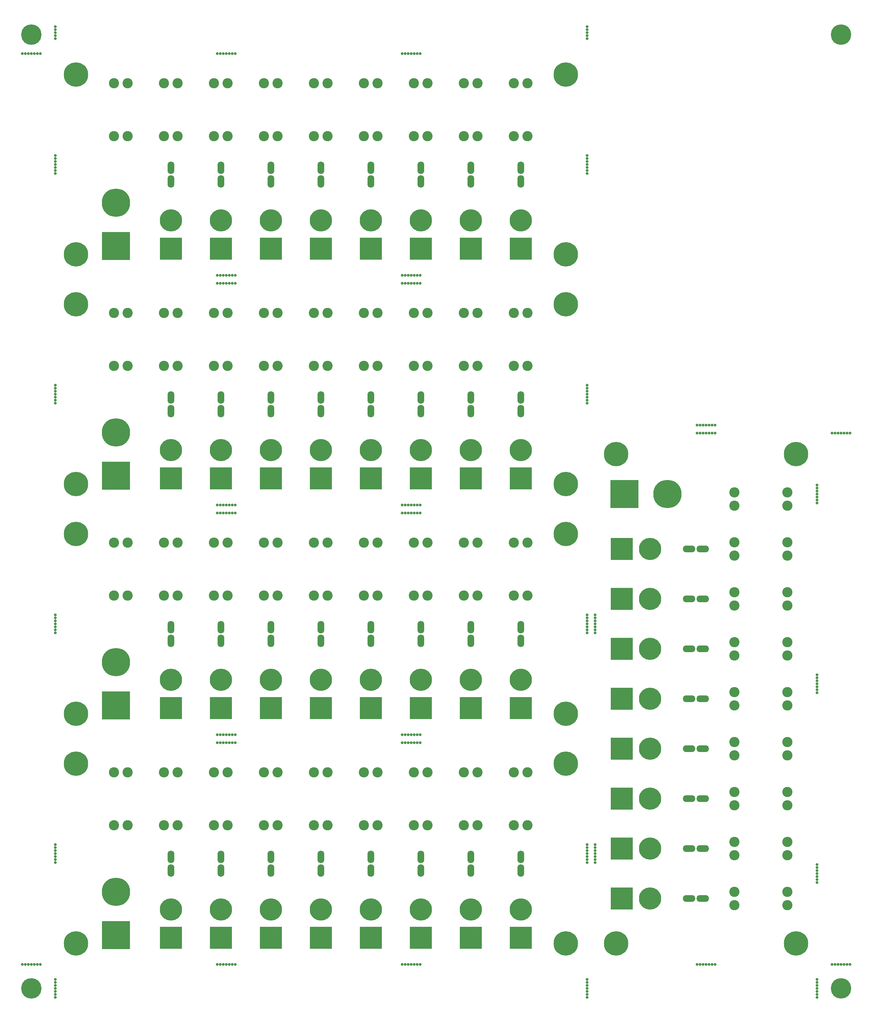
<source format=gbs>
G04*
G04 #@! TF.GenerationSoftware,Altium Limited,Altium Designer,22.0.2 (36)*
G04*
G04 Layer_Color=16711935*
%FSLAX44Y44*%
%MOMM*%
G71*
G04*
G04 #@! TF.SameCoordinates,A2EA2B81-71FB-41A7-B433-9E60F2C241B4*
G04*
G04*
G04 #@! TF.FilePolarity,Negative*
G04*
G01*
G75*
%ADD39C,5.2032*%
%ADD40C,0.7112*%
%ADD41R,5.6642X5.6642*%
%ADD42C,5.6642*%
%ADD43O,1.7032X3.2032*%
%ADD44C,2.6032*%
%ADD45C,7.2032*%
%ADD46R,7.2032X7.2032*%
%ADD47C,6.2032*%
%ADD48R,5.6642X5.6642*%
%ADD49O,3.2032X1.7032*%
%ADD50R,7.2032X7.2032*%
D39*
X38100Y2463800D02*
D03*
X2095500Y38100D02*
D03*
Y2463800D02*
D03*
X38100Y38100D02*
D03*
D40*
X99060Y2484120D02*
D03*
Y2476500D02*
D03*
Y2468880D02*
D03*
Y2461260D02*
D03*
Y2453640D02*
D03*
X60960Y2415540D02*
D03*
X53340D02*
D03*
X45720D02*
D03*
X38100D02*
D03*
X30480D02*
D03*
X22860D02*
D03*
X15240D02*
D03*
X1450340Y2453640D02*
D03*
Y2461260D02*
D03*
Y2468880D02*
D03*
Y2476500D02*
D03*
Y2484120D02*
D03*
X1026160Y2415540D02*
D03*
X1018540D02*
D03*
X1010920D02*
D03*
X1003300D02*
D03*
X995680D02*
D03*
X988060D02*
D03*
X980440D02*
D03*
X510540D02*
D03*
X518160D02*
D03*
X525780D02*
D03*
X533400D02*
D03*
X541020D02*
D03*
X548640D02*
D03*
X556260D02*
D03*
X2118360Y1450340D02*
D03*
X2110740D02*
D03*
X2103120D02*
D03*
X2095500D02*
D03*
X2087880D02*
D03*
X2080260D02*
D03*
X2072640D02*
D03*
X2118360Y99060D02*
D03*
X2110740D02*
D03*
X2103120D02*
D03*
X2095500D02*
D03*
X2087880D02*
D03*
X2080260D02*
D03*
X2072640D02*
D03*
X1729740Y1450340D02*
D03*
X1737360D02*
D03*
X1744980D02*
D03*
X1752600D02*
D03*
X1760220D02*
D03*
X1767840D02*
D03*
X1775460D02*
D03*
X1729740Y1470660D02*
D03*
X1737360D02*
D03*
X1744980D02*
D03*
X1752600D02*
D03*
X1760220D02*
D03*
X1767840D02*
D03*
X1775460D02*
D03*
X2034540Y60960D02*
D03*
Y53340D02*
D03*
Y45720D02*
D03*
Y38100D02*
D03*
Y30480D02*
D03*
Y22860D02*
D03*
Y15240D02*
D03*
X99060Y2110740D02*
D03*
Y2141220D02*
D03*
Y2133600D02*
D03*
Y2125980D02*
D03*
Y2156460D02*
D03*
Y2148840D02*
D03*
Y2118360D02*
D03*
X1450340Y2156460D02*
D03*
Y2148840D02*
D03*
Y2141220D02*
D03*
Y2133600D02*
D03*
Y2125980D02*
D03*
Y2118360D02*
D03*
Y2110740D02*
D03*
Y1572260D02*
D03*
Y1564640D02*
D03*
Y1557020D02*
D03*
Y1549400D02*
D03*
Y1541780D02*
D03*
Y1534160D02*
D03*
Y1526540D02*
D03*
X1470660Y942340D02*
D03*
Y949960D02*
D03*
Y957580D02*
D03*
Y965200D02*
D03*
Y972820D02*
D03*
Y980440D02*
D03*
Y988060D02*
D03*
X1450340Y942340D02*
D03*
Y949960D02*
D03*
Y957580D02*
D03*
Y965200D02*
D03*
Y972820D02*
D03*
Y980440D02*
D03*
Y988060D02*
D03*
X556260Y1851660D02*
D03*
X548640D02*
D03*
X541020D02*
D03*
X533400D02*
D03*
X525780D02*
D03*
X518160D02*
D03*
X510540D02*
D03*
X556260Y1831340D02*
D03*
X548640D02*
D03*
X541020D02*
D03*
X533400D02*
D03*
X525780D02*
D03*
X518160D02*
D03*
X510540D02*
D03*
X980440D02*
D03*
X988060D02*
D03*
X995680D02*
D03*
X1003300D02*
D03*
X1010920D02*
D03*
X1018540D02*
D03*
X1026160D02*
D03*
X980440Y1851660D02*
D03*
X988060D02*
D03*
X995680D02*
D03*
X1003300D02*
D03*
X1010920D02*
D03*
X1018540D02*
D03*
X1026160D02*
D03*
X556260Y1267460D02*
D03*
X548640D02*
D03*
X541020D02*
D03*
X533400D02*
D03*
X525780D02*
D03*
X518160D02*
D03*
X510540D02*
D03*
X556260Y1247140D02*
D03*
X548640D02*
D03*
X541020D02*
D03*
X533400D02*
D03*
X525780D02*
D03*
X518160D02*
D03*
X510540D02*
D03*
X980440D02*
D03*
X988060D02*
D03*
X995680D02*
D03*
X1003300D02*
D03*
X1010920D02*
D03*
X1018540D02*
D03*
X1026160D02*
D03*
X980440Y1267460D02*
D03*
X988060D02*
D03*
X995680D02*
D03*
X1003300D02*
D03*
X1010920D02*
D03*
X1018540D02*
D03*
X1026160D02*
D03*
X99060Y1534160D02*
D03*
Y1564640D02*
D03*
Y1572260D02*
D03*
Y1541780D02*
D03*
Y1549400D02*
D03*
Y1557020D02*
D03*
Y1526540D02*
D03*
X99060Y942340D02*
D03*
Y972820D02*
D03*
Y965200D02*
D03*
Y957580D02*
D03*
Y988060D02*
D03*
Y980440D02*
D03*
Y949960D02*
D03*
Y365760D02*
D03*
Y396240D02*
D03*
Y403860D02*
D03*
Y373380D02*
D03*
Y381000D02*
D03*
Y388620D02*
D03*
X2034540Y1272540D02*
D03*
Y1280160D02*
D03*
Y1287780D02*
D03*
Y1295400D02*
D03*
Y1303020D02*
D03*
Y1310640D02*
D03*
Y1318260D02*
D03*
Y789940D02*
D03*
Y797560D02*
D03*
Y805180D02*
D03*
Y812800D02*
D03*
Y820420D02*
D03*
Y828040D02*
D03*
Y835660D02*
D03*
Y307340D02*
D03*
Y314960D02*
D03*
Y322580D02*
D03*
Y330200D02*
D03*
Y337820D02*
D03*
Y345440D02*
D03*
Y353060D02*
D03*
X1729740Y99060D02*
D03*
X1737360D02*
D03*
X1744980D02*
D03*
X1752600D02*
D03*
X1760220D02*
D03*
X1767840D02*
D03*
X1775460D02*
D03*
X1450340Y403860D02*
D03*
Y396240D02*
D03*
Y388620D02*
D03*
Y381000D02*
D03*
Y373380D02*
D03*
Y365760D02*
D03*
Y358140D02*
D03*
X1470660Y403860D02*
D03*
Y396240D02*
D03*
Y388620D02*
D03*
Y381000D02*
D03*
Y373380D02*
D03*
Y365760D02*
D03*
Y358140D02*
D03*
X1450340Y15240D02*
D03*
Y22860D02*
D03*
Y30480D02*
D03*
Y38100D02*
D03*
Y45720D02*
D03*
Y53340D02*
D03*
Y60960D02*
D03*
X99060Y15240D02*
D03*
Y22860D02*
D03*
Y30480D02*
D03*
Y38100D02*
D03*
Y45720D02*
D03*
Y53340D02*
D03*
Y60960D02*
D03*
X15240Y99060D02*
D03*
X22860D02*
D03*
X30480D02*
D03*
X38100D02*
D03*
X45720D02*
D03*
X53340D02*
D03*
X60960D02*
D03*
X1026160Y683260D02*
D03*
X1018540D02*
D03*
X1010920D02*
D03*
X1003300D02*
D03*
X995680D02*
D03*
X988060D02*
D03*
X980440D02*
D03*
X1026160Y662940D02*
D03*
X1018540D02*
D03*
X1010920D02*
D03*
X1003300D02*
D03*
X995680D02*
D03*
X988060D02*
D03*
X980440D02*
D03*
X510540D02*
D03*
X518160D02*
D03*
X525780D02*
D03*
X533400D02*
D03*
X541020D02*
D03*
X548640D02*
D03*
X556260D02*
D03*
X510540Y683260D02*
D03*
X518160D02*
D03*
X525780D02*
D03*
X533400D02*
D03*
X541020D02*
D03*
X548640D02*
D03*
X556260D02*
D03*
X1026160Y99060D02*
D03*
X1018540D02*
D03*
X1010920D02*
D03*
X1003300D02*
D03*
X995680D02*
D03*
X988060D02*
D03*
X980440D02*
D03*
X556260D02*
D03*
X548640D02*
D03*
X541020D02*
D03*
X533400D02*
D03*
X525780D02*
D03*
X518160D02*
D03*
X510540D02*
D03*
X99060Y358140D02*
D03*
D41*
X392900Y166720D02*
D03*
X519900D02*
D03*
X773900D02*
D03*
X1027900D02*
D03*
X1281900D02*
D03*
X900900D02*
D03*
X1154900D02*
D03*
X646900D02*
D03*
X392900Y750920D02*
D03*
X519900D02*
D03*
X773900D02*
D03*
X1027900D02*
D03*
X1281900D02*
D03*
X900900D02*
D03*
X1154900D02*
D03*
X646900D02*
D03*
X392900Y1335120D02*
D03*
X519900D02*
D03*
X773900D02*
D03*
X1027900D02*
D03*
X1281900D02*
D03*
X900900D02*
D03*
X1154900D02*
D03*
X646900D02*
D03*
X392900Y1919320D02*
D03*
X519900D02*
D03*
X773900D02*
D03*
X1027900D02*
D03*
X1281900D02*
D03*
X900900D02*
D03*
X1154900D02*
D03*
X646900D02*
D03*
D42*
X392900Y238720D02*
D03*
X519900D02*
D03*
X773900D02*
D03*
X1027900D02*
D03*
X1281900D02*
D03*
X900900D02*
D03*
X1154900D02*
D03*
X646900D02*
D03*
X392900Y822920D02*
D03*
X519900D02*
D03*
X773900D02*
D03*
X1027900D02*
D03*
X1281900D02*
D03*
X900900D02*
D03*
X1154900D02*
D03*
X646900D02*
D03*
X392900Y1407120D02*
D03*
X519900D02*
D03*
X773900D02*
D03*
X1027900D02*
D03*
X1281900D02*
D03*
X900900D02*
D03*
X1154900D02*
D03*
X646900D02*
D03*
X392900Y1991320D02*
D03*
X519900D02*
D03*
X773900D02*
D03*
X1027900D02*
D03*
X1281900D02*
D03*
X900900D02*
D03*
X1154900D02*
D03*
X646900D02*
D03*
X1610800Y1155700D02*
D03*
Y1028700D02*
D03*
Y774700D02*
D03*
Y520700D02*
D03*
Y266700D02*
D03*
Y647700D02*
D03*
Y393700D02*
D03*
Y901700D02*
D03*
D43*
X1281900Y337620D02*
D03*
Y372620D02*
D03*
X1154900Y337620D02*
D03*
Y372620D02*
D03*
X1027900Y337620D02*
D03*
Y372620D02*
D03*
X900900Y337620D02*
D03*
Y372620D02*
D03*
X773900Y337620D02*
D03*
Y372620D02*
D03*
X646900Y337620D02*
D03*
Y372620D02*
D03*
X519900Y337620D02*
D03*
Y372620D02*
D03*
X392900Y337620D02*
D03*
Y372620D02*
D03*
X1281900Y921820D02*
D03*
Y956820D02*
D03*
X1154900Y921820D02*
D03*
Y956820D02*
D03*
X1027900Y921820D02*
D03*
Y956820D02*
D03*
X900900Y921820D02*
D03*
Y956820D02*
D03*
X773900Y921820D02*
D03*
Y956820D02*
D03*
X646900Y921820D02*
D03*
Y956820D02*
D03*
X519900Y921820D02*
D03*
Y956820D02*
D03*
X392900Y921820D02*
D03*
Y956820D02*
D03*
X1281900Y1506020D02*
D03*
Y1541020D02*
D03*
X1154900Y1506020D02*
D03*
Y1541020D02*
D03*
X1027900Y1506020D02*
D03*
Y1541020D02*
D03*
X900900Y1506020D02*
D03*
Y1541020D02*
D03*
X773900Y1506020D02*
D03*
Y1541020D02*
D03*
X646900Y1506020D02*
D03*
Y1541020D02*
D03*
X519900Y1506020D02*
D03*
Y1541020D02*
D03*
X392900Y1506020D02*
D03*
Y1541020D02*
D03*
X1281900Y2090220D02*
D03*
Y2125220D02*
D03*
X1154900Y2090220D02*
D03*
Y2125220D02*
D03*
X1027900Y2090220D02*
D03*
Y2125220D02*
D03*
X900900Y2090220D02*
D03*
Y2125220D02*
D03*
X773900Y2090220D02*
D03*
Y2125220D02*
D03*
X646900Y2090220D02*
D03*
Y2125220D02*
D03*
X519900Y2090220D02*
D03*
Y2125220D02*
D03*
X392900Y2090220D02*
D03*
Y2125220D02*
D03*
D44*
X409900Y587570D02*
D03*
X375900D02*
D03*
X409900Y452870D02*
D03*
X375900D02*
D03*
X536900Y587570D02*
D03*
X502900D02*
D03*
X536900Y452870D02*
D03*
X502900D02*
D03*
X663900Y587570D02*
D03*
X629900D02*
D03*
X663900Y452870D02*
D03*
X629900D02*
D03*
X790900Y587570D02*
D03*
X756900D02*
D03*
X790900Y452870D02*
D03*
X756900D02*
D03*
X917900Y587570D02*
D03*
X883900D02*
D03*
X917900Y452870D02*
D03*
X883900D02*
D03*
X1044900Y587570D02*
D03*
X1010900D02*
D03*
X1044900Y452870D02*
D03*
X1010900D02*
D03*
X1171900Y587570D02*
D03*
X1137900D02*
D03*
X1171900Y452870D02*
D03*
X1137900D02*
D03*
X1298900Y587570D02*
D03*
X1264900D02*
D03*
X1298900Y452870D02*
D03*
X1264900D02*
D03*
X248900D02*
D03*
X282900D02*
D03*
X248900Y587570D02*
D03*
X282900D02*
D03*
X409900Y1171770D02*
D03*
X375900D02*
D03*
X409900Y1037070D02*
D03*
X375900D02*
D03*
X536900Y1171770D02*
D03*
X502900D02*
D03*
X536900Y1037070D02*
D03*
X502900D02*
D03*
X663900Y1171770D02*
D03*
X629900D02*
D03*
X663900Y1037070D02*
D03*
X629900D02*
D03*
X790900Y1171770D02*
D03*
X756900D02*
D03*
X790900Y1037070D02*
D03*
X756900D02*
D03*
X917900Y1171770D02*
D03*
X883900D02*
D03*
X917900Y1037070D02*
D03*
X883900D02*
D03*
X1044900Y1171770D02*
D03*
X1010900D02*
D03*
X1044900Y1037070D02*
D03*
X1010900D02*
D03*
X1171900Y1171770D02*
D03*
X1137900D02*
D03*
X1171900Y1037070D02*
D03*
X1137900D02*
D03*
X1298900Y1171770D02*
D03*
X1264900D02*
D03*
X1298900Y1037070D02*
D03*
X1264900D02*
D03*
X248900D02*
D03*
X282900D02*
D03*
X248900Y1171770D02*
D03*
X282900D02*
D03*
X409900Y1755970D02*
D03*
X375900D02*
D03*
X409900Y1621270D02*
D03*
X375900D02*
D03*
X536900Y1755970D02*
D03*
X502900D02*
D03*
X536900Y1621270D02*
D03*
X502900D02*
D03*
X663900Y1755970D02*
D03*
X629900D02*
D03*
X663900Y1621270D02*
D03*
X629900D02*
D03*
X790900Y1755970D02*
D03*
X756900D02*
D03*
X790900Y1621270D02*
D03*
X756900D02*
D03*
X917900Y1755970D02*
D03*
X883900D02*
D03*
X917900Y1621270D02*
D03*
X883900D02*
D03*
X1044900Y1755970D02*
D03*
X1010900D02*
D03*
X1044900Y1621270D02*
D03*
X1010900D02*
D03*
X1171900Y1755970D02*
D03*
X1137900D02*
D03*
X1171900Y1621270D02*
D03*
X1137900D02*
D03*
X1298900Y1755970D02*
D03*
X1264900D02*
D03*
X1298900Y1621270D02*
D03*
X1264900D02*
D03*
X248900D02*
D03*
X282900D02*
D03*
X248900Y1755970D02*
D03*
X282900D02*
D03*
X409900Y2340170D02*
D03*
X375900D02*
D03*
X409900Y2205470D02*
D03*
X375900D02*
D03*
X536900Y2340170D02*
D03*
X502900D02*
D03*
X536900Y2205470D02*
D03*
X502900D02*
D03*
X663900Y2340170D02*
D03*
X629900D02*
D03*
X663900Y2205470D02*
D03*
X629900D02*
D03*
X790900Y2340170D02*
D03*
X756900D02*
D03*
X790900Y2205470D02*
D03*
X756900D02*
D03*
X917900Y2340170D02*
D03*
X883900D02*
D03*
X917900Y2205470D02*
D03*
X883900D02*
D03*
X1044900Y2340170D02*
D03*
X1010900D02*
D03*
X1044900Y2205470D02*
D03*
X1010900D02*
D03*
X1171900Y2340170D02*
D03*
X1137900D02*
D03*
X1171900Y2205470D02*
D03*
X1137900D02*
D03*
X1298900Y2340170D02*
D03*
X1264900D02*
D03*
X1298900Y2205470D02*
D03*
X1264900D02*
D03*
X248900D02*
D03*
X282900D02*
D03*
X248900Y2340170D02*
D03*
X282900D02*
D03*
X1959650Y1138700D02*
D03*
Y1172700D02*
D03*
X1824950Y1138700D02*
D03*
Y1172700D02*
D03*
X1959650Y1011700D02*
D03*
Y1045700D02*
D03*
X1824950Y1011700D02*
D03*
Y1045700D02*
D03*
X1959650Y884700D02*
D03*
Y918700D02*
D03*
X1824950Y884700D02*
D03*
Y918700D02*
D03*
X1959650Y757700D02*
D03*
Y791700D02*
D03*
X1824950Y757700D02*
D03*
Y791700D02*
D03*
X1959650Y630700D02*
D03*
Y664700D02*
D03*
X1824950Y630700D02*
D03*
Y664700D02*
D03*
X1959650Y503700D02*
D03*
Y537700D02*
D03*
X1824950Y503700D02*
D03*
Y537700D02*
D03*
X1959650Y376700D02*
D03*
Y410700D02*
D03*
X1824950Y376700D02*
D03*
Y410700D02*
D03*
X1959650Y249700D02*
D03*
Y283700D02*
D03*
X1824950Y249700D02*
D03*
Y283700D02*
D03*
Y1299700D02*
D03*
Y1265700D02*
D03*
X1959650Y1299700D02*
D03*
Y1265700D02*
D03*
D45*
X253200Y283120D02*
D03*
Y867320D02*
D03*
Y1451520D02*
D03*
Y2035720D02*
D03*
X1655200Y1295400D02*
D03*
D46*
X253200Y173120D02*
D03*
Y757320D02*
D03*
Y1341520D02*
D03*
Y1925720D02*
D03*
D47*
X151600Y151920D02*
D03*
Y609120D02*
D03*
X1396200D02*
D03*
Y151920D02*
D03*
X151600Y736120D02*
D03*
Y1193320D02*
D03*
X1396200D02*
D03*
Y736120D02*
D03*
X151600Y1320320D02*
D03*
Y1777520D02*
D03*
X1396200D02*
D03*
Y1320320D02*
D03*
X151600Y1904520D02*
D03*
Y2361720D02*
D03*
X1396200D02*
D03*
Y1904520D02*
D03*
X1524000Y1397000D02*
D03*
X1981200D02*
D03*
Y152400D02*
D03*
X1524000D02*
D03*
D48*
X1538800Y1155700D02*
D03*
Y1028700D02*
D03*
Y774700D02*
D03*
Y520700D02*
D03*
Y266700D02*
D03*
Y647700D02*
D03*
Y393700D02*
D03*
Y901700D02*
D03*
D49*
X1709700Y266700D02*
D03*
X1744700D02*
D03*
X1709700Y393700D02*
D03*
X1744700D02*
D03*
X1709700Y520700D02*
D03*
X1744700D02*
D03*
X1709700Y647700D02*
D03*
X1744700D02*
D03*
X1709700Y774700D02*
D03*
X1744700D02*
D03*
X1709700Y901700D02*
D03*
X1744700D02*
D03*
X1709700Y1028700D02*
D03*
X1744700D02*
D03*
X1709700Y1155700D02*
D03*
X1744700D02*
D03*
D50*
X1545200Y1295400D02*
D03*
M02*

</source>
